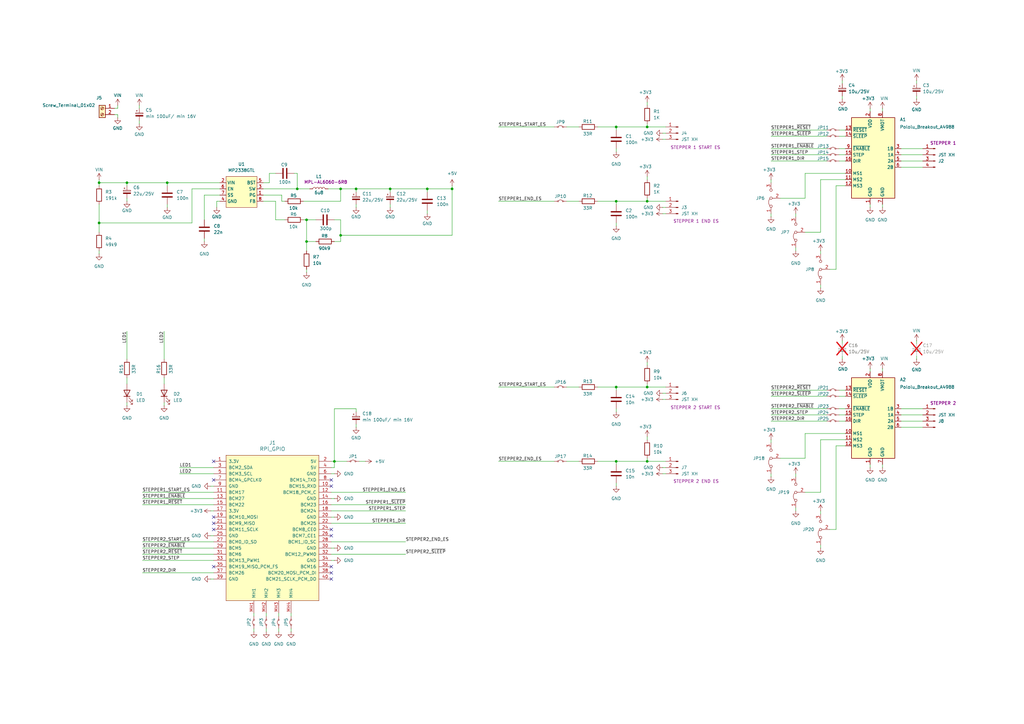
<source format=kicad_sch>
(kicad_sch (version 20250114) (generator "eeschema") (generator_version "9.0")
  (paper "A3")
  (junction (at 121.92 77.47))
  (junction (at 265.43 52.07))
  (junction (at 68.58 74.93))
  (junction (at 125.73 90.17))
  (junction (at 139.7 77.47))
  (junction (at 252.73 52.07))
  (junction (at 40.64 91.44))
  (junction (at 185.42 77.47))
  (junction (at 146.05 77.47))
  (junction (at 175.26 77.47))
  (junction (at 252.73 82.55))
  (junction (at 52.07 74.93))
  (junction (at 265.43 158.75))
  (junction (at 252.73 158.75))
  (junction (at 137.16 189.23))
  (junction (at 125.73 99.06))
  (junction (at 139.7 96.52))
  (junction (at 252.73 189.23))
  (junction (at 40.64 74.93))
  (junction (at 265.43 189.23))
  (junction (at 265.43 82.55))
  (junction (at 160.02 77.47))
  (no_connect (at 135.89 196.85))
  (no_connect (at 135.89 237.49))
  (no_connect (at 135.89 199.39))
  (no_connect (at 87.63 212.09))
  (no_connect (at 87.63 214.63))
  (no_connect (at 135.89 232.41))
  (no_connect (at 135.89 219.71))
  (no_connect (at 87.63 196.85))
  (no_connect (at 87.63 232.41))
  (no_connect (at 135.89 234.95))
  (no_connect (at 135.89 217.17))
  (no_connect (at 87.63 189.23))
  (no_connect (at 87.63 217.17))
  (wire (pts (xy 232.41 52.07) (xy 237.49 52.07)))
  (wire (pts (xy 271.78 85.09) (xy 273.05 85.09)))
  (wire (pts (xy 204.47 189.23) (xy 227.33 189.23)))
  (wire (pts (xy 378.46 63.5) (xy 369.57 63.5)))
  (wire (pts (xy 271.78 57.15) (xy 273.05 57.15)))
  (wire (pts (xy 344.17 60.96) (xy 346.71 60.96)))
  (wire (pts (xy 104.14 252.73) (xy 104.14 251.46)))
  (wire (pts (xy 252.73 52.07) (xy 252.73 53.34)))
  (wire (pts (xy 86.36 199.39) (xy 87.63 199.39)))
  (wire (pts (xy 252.73 158.75) (xy 252.73 160.02)))
  (wire (pts (xy 146.05 83.82) (xy 146.05 85.09)))
  (wire (pts (xy 378.46 60.96) (xy 369.57 60.96)))
  (wire (pts (xy 135.89 207.01) (xy 166.37 207.01)))
  (wire (pts (xy 107.95 80.01) (xy 115.57 80.01)))
  (wire (pts (xy 265.43 72.39) (xy 265.43 73.66)))
  (wire (pts (xy 48.26 46.99) (xy 48.26 48.26)))
  (wire (pts (xy 109.22 257.81) (xy 109.22 259.08)))
  (wire (pts (xy 52.07 135.89) (xy 52.07 147.32)))
  (wire (pts (xy 345.44 40.64) (xy 345.44 39.37)))
  (wire (pts (xy 336.55 102.87) (xy 336.55 104.14)))
  (wire (pts (xy 344.17 55.88) (xy 346.71 55.88)))
  (wire (pts (xy 252.73 199.39) (xy 252.73 198.12)))
  (wire (pts (xy 185.42 76.2) (xy 185.42 77.47)))
  (wire (pts (xy 135.89 224.79) (xy 137.16 224.79)))
  (wire (pts (xy 375.92 147.32) (xy 375.92 146.05)))
  (wire (pts (xy 175.26 77.47) (xy 185.42 77.47)))
  (wire (pts (xy 344.17 167.64) (xy 346.71 167.64)))
  (wire (pts (xy 252.73 52.07) (xy 265.43 52.07)))
  (wire (pts (xy 175.26 77.47) (xy 175.26 78.74)))
  (wire (pts (xy 58.42 227.33) (xy 87.63 227.33)))
  (wire (pts (xy 135.89 201.93) (xy 166.37 201.93)))
  (wire (pts (xy 137.16 189.23) (xy 137.16 167.64)))
  (wire (pts (xy 125.73 102.87) (xy 125.73 99.06)))
  (wire (pts (xy 204.47 158.75) (xy 227.33 158.75)))
  (wire (pts (xy 232.41 82.55) (xy 237.49 82.55)))
  (wire (pts (xy 375.92 40.64) (xy 375.92 39.37)))
  (wire (pts (xy 344.17 63.5) (xy 346.71 63.5)))
  (wire (pts (xy 336.55 95.25) (xy 336.55 73.66)))
  (wire (pts (xy 46.99 46.99) (xy 48.26 46.99)))
  (wire (pts (xy 57.15 50.8) (xy 57.15 49.53)))
  (wire (pts (xy 139.7 90.17) (xy 137.16 90.17)))
  (wire (pts (xy 273.05 189.23) (xy 265.43 189.23)))
  (wire (pts (xy 326.39 194.31) (xy 326.39 195.58)))
  (wire (pts (xy 135.89 191.77) (xy 137.16 191.77)))
  (wire (pts (xy 316.23 73.66) (xy 316.23 74.93)))
  (wire (pts (xy 52.07 81.28) (xy 52.07 82.55)))
  (wire (pts (xy 204.47 52.07) (xy 227.33 52.07)))
  (wire (pts (xy 265.43 41.91) (xy 265.43 43.18)))
  (wire (pts (xy 316.23 53.34) (xy 339.09 53.34)))
  (wire (pts (xy 342.9 182.88) (xy 346.71 182.88)))
  (wire (pts (xy 58.42 204.47) (xy 87.63 204.47)))
  (wire (pts (xy 273.05 82.55) (xy 265.43 82.55)))
  (wire (pts (xy 146.05 175.26) (xy 146.05 173.99)))
  (wire (pts (xy 125.73 90.17) (xy 124.46 90.17)))
  (wire (pts (xy 160.02 78.74) (xy 160.02 77.47)))
  (wire (pts (xy 344.17 170.18) (xy 346.71 170.18)))
  (wire (pts (xy 119.38 257.81) (xy 119.38 259.08)))
  (wire (pts (xy 316.23 55.88) (xy 339.09 55.88)))
  (wire (pts (xy 48.26 44.45) (xy 48.26 43.18)))
  (wire (pts (xy 330.2 81.28) (xy 330.2 71.12)))
  (wire (pts (xy 344.17 160.02) (xy 346.71 160.02)))
  (wire (pts (xy 375.92 139.7) (xy 375.92 140.97)))
  (wire (pts (xy 252.73 158.75) (xy 265.43 158.75)))
  (wire (pts (xy 361.95 83.82) (xy 361.95 85.09)))
  (wire (pts (xy 110.49 74.93) (xy 110.49 71.12)))
  (wire (pts (xy 344.17 66.04) (xy 346.71 66.04)))
  (wire (pts (xy 107.95 74.93) (xy 110.49 74.93)))
  (wire (pts (xy 135.89 209.55) (xy 166.37 209.55)))
  (wire (pts (xy 139.7 82.55) (xy 139.7 77.47)))
  (wire (pts (xy 57.15 43.18) (xy 57.15 44.45)))
  (wire (pts (xy 344.17 53.34) (xy 346.71 53.34)))
  (wire (pts (xy 271.78 194.31) (xy 273.05 194.31)))
  (wire (pts (xy 58.42 234.95) (xy 87.63 234.95)))
  (wire (pts (xy 316.23 167.64) (xy 339.09 167.64)))
  (wire (pts (xy 185.42 77.47) (xy 185.42 96.52)))
  (wire (pts (xy 342.9 110.49) (xy 342.9 76.2)))
  (wire (pts (xy 232.41 158.75) (xy 237.49 158.75)))
  (wire (pts (xy 344.17 162.56) (xy 346.71 162.56)))
  (wire (pts (xy 361.95 44.45) (xy 361.95 45.72)))
  (wire (pts (xy 125.73 99.06) (xy 125.73 90.17)))
  (wire (pts (xy 40.64 76.2) (xy 40.64 74.93)))
  (wire (pts (xy 316.23 194.31) (xy 316.23 195.58)))
  (wire (pts (xy 135.89 212.09) (xy 137.16 212.09)))
  (wire (pts (xy 316.23 162.56) (xy 339.09 162.56)))
  (wire (pts (xy 78.74 91.44) (xy 40.64 91.44)))
  (wire (pts (xy 245.11 52.07) (xy 252.73 52.07)))
  (wire (pts (xy 135.89 214.63) (xy 166.37 214.63)))
  (wire (pts (xy 265.43 148.59) (xy 265.43 149.86)))
  (wire (pts (xy 252.73 168.91) (xy 252.73 167.64)))
  (wire (pts (xy 40.64 73.66) (xy 40.64 74.93)))
  (wire (pts (xy 160.02 77.47) (xy 175.26 77.47)))
  (wire (pts (xy 361.95 190.5) (xy 361.95 191.77)))
  (wire (pts (xy 330.2 177.8) (xy 346.71 177.8)))
  (wire (pts (xy 46.99 44.45) (xy 48.26 44.45)))
  (wire (pts (xy 252.73 62.23) (xy 252.73 60.96)))
  (wire (pts (xy 40.64 74.93) (xy 52.07 74.93)))
  (wire (pts (xy 340.36 217.17) (xy 342.9 217.17)))
  (wire (pts (xy 139.7 99.06) (xy 139.7 96.52)))
  (wire (pts (xy 265.43 179.07) (xy 265.43 180.34)))
  (wire (pts (xy 115.57 82.55) (xy 116.84 82.55)))
  (wire (pts (xy 175.26 87.63) (xy 175.26 86.36)))
  (wire (pts (xy 113.03 90.17) (xy 116.84 90.17)))
  (wire (pts (xy 134.62 77.47) (xy 139.7 77.47)))
  (wire (pts (xy 316.23 172.72) (xy 339.09 172.72)))
  (wire (pts (xy 58.42 222.25) (xy 87.63 222.25)))
  (wire (pts (xy 316.23 66.04) (xy 339.09 66.04)))
  (wire (pts (xy 83.82 80.01) (xy 90.17 80.01)))
  (wire (pts (xy 273.05 52.07) (xy 265.43 52.07)))
  (wire (pts (xy 114.3 257.81) (xy 114.3 259.08)))
  (wire (pts (xy 378.46 170.18) (xy 369.57 170.18)))
  (wire (pts (xy 316.23 87.63) (xy 316.23 88.9)))
  (wire (pts (xy 356.87 83.82) (xy 356.87 85.09)))
  (wire (pts (xy 336.55 116.84) (xy 336.55 118.11)))
  (wire (pts (xy 135.89 222.25) (xy 166.37 222.25)))
  (wire (pts (xy 67.31 165.1) (xy 67.31 166.37)))
  (wire (pts (xy 330.2 187.96) (xy 330.2 177.8)))
  (wire (pts (xy 330.2 95.25) (xy 336.55 95.25)))
  (wire (pts (xy 345.44 139.7) (xy 345.44 140.97)))
  (wire (pts (xy 375.92 33.02) (xy 375.92 34.29)))
  (wire (pts (xy 86.36 237.49) (xy 87.63 237.49)))
  (wire (pts (xy 52.07 74.93) (xy 52.07 76.2)))
  (wire (pts (xy 125.73 90.17) (xy 129.54 90.17)))
  (wire (pts (xy 120.65 71.12) (xy 121.92 71.12)))
  (wire (pts (xy 58.42 229.87) (xy 87.63 229.87)))
  (wire (pts (xy 252.73 92.71) (xy 252.73 91.44)))
  (wire (pts (xy 83.82 99.06) (xy 83.82 97.79)))
  (wire (pts (xy 52.07 74.93) (xy 68.58 74.93)))
  (wire (pts (xy 271.78 87.63) (xy 273.05 87.63)))
  (wire (pts (xy 271.78 191.77) (xy 273.05 191.77)))
  (wire (pts (xy 40.64 83.82) (xy 40.64 91.44)))
  (wire (pts (xy 252.73 82.55) (xy 252.73 83.82)))
  (wire (pts (xy 139.7 90.17) (xy 139.7 96.52)))
  (wire (pts (xy 378.46 172.72) (xy 369.57 172.72)))
  (wire (pts (xy 58.42 224.79) (xy 87.63 224.79)))
  (wire (pts (xy 336.55 209.55) (xy 336.55 210.82)))
  (wire (pts (xy 316.23 180.34) (xy 316.23 181.61)))
  (wire (pts (xy 356.87 190.5) (xy 356.87 191.77)))
  (wire (pts (xy 252.73 82.55) (xy 265.43 82.55)))
  (wire (pts (xy 204.47 82.55) (xy 227.33 82.55)))
  (wire (pts (xy 68.58 85.09) (xy 68.58 83.82)))
  (wire (pts (xy 356.87 44.45) (xy 356.87 45.72)))
  (wire (pts (xy 344.17 172.72) (xy 346.71 172.72)))
  (wire (pts (xy 326.39 208.28) (xy 326.39 209.55)))
  (wire (pts (xy 336.55 73.66) (xy 346.71 73.66)))
  (wire (pts (xy 361.95 151.13) (xy 361.95 152.4)))
  (wire (pts (xy 135.89 227.33) (xy 166.37 227.33)))
  (wire (pts (xy 135.89 194.31) (xy 137.16 194.31)))
  (wire (pts (xy 121.92 71.12) (xy 121.92 77.47)))
  (wire (pts (xy 146.05 167.64) (xy 146.05 168.91)))
  (wire (pts (xy 245.11 158.75) (xy 252.73 158.75)))
  (wire (pts (xy 336.55 201.93) (xy 336.55 180.34)))
  (wire (pts (xy 125.73 110.49) (xy 125.73 111.76)))
  (wire (pts (xy 114.3 252.73) (xy 114.3 251.46)))
  (wire (pts (xy 58.42 201.93) (xy 87.63 201.93)))
  (wire (pts (xy 86.36 209.55) (xy 87.63 209.55)))
  (wire (pts (xy 147.32 189.23) (xy 149.86 189.23)))
  (wire (pts (xy 378.46 68.58) (xy 369.57 68.58)))
  (wire (pts (xy 135.89 204.47) (xy 137.16 204.47)))
  (wire (pts (xy 124.46 82.55) (xy 139.7 82.55)))
  (wire (pts (xy 316.23 160.02) (xy 339.09 160.02)))
  (wire (pts (xy 68.58 74.93) (xy 68.58 76.2)))
  (wire (pts (xy 78.74 77.47) (xy 78.74 91.44)))
  (wire (pts (xy 345.44 33.02) (xy 345.44 34.29)))
  (wire (pts (xy 58.42 207.01) (xy 87.63 207.01)))
  (wire (pts (xy 232.41 189.23) (xy 237.49 189.23)))
  (wire (pts (xy 330.2 201.93) (xy 336.55 201.93)))
  (wire (pts (xy 245.11 189.23) (xy 252.73 189.23)))
  (wire (pts (xy 67.31 135.89) (xy 67.31 147.32)))
  (wire (pts (xy 113.03 82.55) (xy 113.03 90.17)))
  (wire (pts (xy 110.49 71.12) (xy 113.03 71.12)))
  (wire (pts (xy 378.46 66.04) (xy 369.57 66.04)))
  (wire (pts (xy 271.78 161.29) (xy 273.05 161.29)))
  (wire (pts (xy 119.38 252.73) (xy 119.38 251.46)))
  (wire (pts (xy 160.02 77.47) (xy 146.05 77.47)))
  (wire (pts (xy 121.92 77.47) (xy 127 77.47)))
  (wire (pts (xy 139.7 77.47) (xy 146.05 77.47)))
  (wire (pts (xy 271.78 163.83) (xy 273.05 163.83)))
  (wire (pts (xy 265.43 82.55) (xy 265.43 81.28)))
  (wire (pts (xy 137.16 167.64) (xy 146.05 167.64)))
  (wire (pts (xy 125.73 99.06) (xy 129.54 99.06)))
  (wire (pts (xy 320.04 81.28) (xy 330.2 81.28)))
  (wire (pts (xy 342.9 217.17) (xy 342.9 182.88)))
  (wire (pts (xy 52.07 165.1) (xy 52.07 166.37)))
  (wire (pts (xy 135.89 229.87) (xy 137.16 229.87)))
  (wire (pts (xy 245.11 82.55) (xy 252.73 82.55)))
  (wire (pts (xy 107.95 77.47) (xy 121.92 77.47)))
  (wire (pts (xy 137.16 99.06) (xy 139.7 99.06)))
  (wire (pts (xy 336.55 223.52) (xy 336.55 224.79)))
  (wire (pts (xy 104.14 257.81) (xy 104.14 259.08)))
  (wire (pts (xy 137.16 189.23) (xy 142.24 189.23)))
  (wire (pts (xy 40.64 104.14) (xy 40.64 102.87)))
  (wire (pts (xy 378.46 175.26) (xy 369.57 175.26)))
  (wire (pts (xy 73.66 191.77) (xy 87.63 191.77)))
  (wire (pts (xy 135.89 189.23) (xy 137.16 189.23)))
  (wire (pts (xy 88.9 82.55) (xy 90.17 82.55)))
  (wire (pts (xy 330.2 71.12) (xy 346.71 71.12)))
  (wire (pts (xy 107.95 82.55) (xy 113.03 82.55)))
  (wire (pts (xy 316.23 63.5) (xy 339.09 63.5)))
  (wire (pts (xy 137.16 191.77) (xy 137.16 189.23)))
  (wire (pts (xy 316.23 60.96) (xy 339.09 60.96)))
  (wire (pts (xy 83.82 90.17) (xy 83.82 80.01)))
  (wire (pts (xy 265.43 189.23) (xy 265.43 187.96)))
  (wire (pts (xy 73.66 194.31) (xy 87.63 194.31)))
  (wire (pts (xy 320.04 187.96) (xy 330.2 187.96)))
  (wire (pts (xy 356.87 151.13) (xy 356.87 152.4)))
  (wire (pts (xy 265.43 52.07) (xy 265.43 50.8)))
  (wire (pts (xy 160.02 83.82) (xy 160.02 85.09)))
  (wire (pts (xy 88.9 85.09) (xy 88.9 82.55)))
  (wire (pts (xy 340.36 110.49) (xy 342.9 110.49)))
  (wire (pts (xy 146.05 78.74) (xy 146.05 77.47)))
  (wire (pts (xy 345.44 147.32) (xy 345.44 146.05)))
  (wire (pts (xy 90.17 77.47) (xy 78.74 77.47)))
  (wire (pts (xy 342.9 76.2) (xy 346.71 76.2)))
  (wire (pts (xy 316.23 170.18) (xy 339.09 170.18)))
  (wire (pts (xy 326.39 101.6) (xy 326.39 102.87)))
  (wire (pts (xy 40.64 91.44) (xy 40.64 95.25)))
  (wire (pts (xy 378.46 167.64) (xy 369.57 167.64)))
  (wire (pts (xy 265.43 158.75) (xy 265.43 157.48)))
  (wire (pts (xy 115.57 80.01) (xy 115.57 82.55)))
  (wire (pts (xy 271.78 54.61) (xy 273.05 54.61)))
  (wire (pts (xy 273.05 158.75) (xy 265.43 158.75)))
  (wire (pts (xy 86.36 219.71) (xy 87.63 219.71)))
  (wire (pts (xy 52.07 154.94) (xy 52.07 157.48)))
  (wire (pts (xy 67.31 154.94) (xy 67.31 157.48)))
  (wire (pts (xy 252.73 189.23) (xy 252.73 190.5)))
  (wire (pts (xy 68.58 74.93) (xy 90.17 74.93)))
  (wire (pts (xy 326.39 87.63) (xy 326.39 88.9)))
  (wire (pts (xy 139.7 96.52) (xy 185.42 96.52)))
  (wire (pts (xy 109.22 252.73) (xy 109.22 251.46)))
  (wire (pts (xy 336.55 180.34) (xy 346.71 180.34)))
  (wire (pts (xy 252.73 189.23) (xy 265.43 189.23)))
  (label "STEPPER1_START_ES" (at 204.47 52.07 0))
  (label "STEPPER2_~{ENABLE}" (at 316.23 167.64 0))
  (label "STEPPER1_~{ENABLE}" (at 58.42 204.47 0))
  (label "STEPPER2_DIR" (at 58.42 234.95 0))
  (label "STEPPER1_DIR" (at 166.37 214.63 180))
  (label "STEPPER1_END_ES" (at 204.47 82.55 0))
  (label "STEPPER1_~{SLEEP}" (at 316.23 55.88 0))
  (label "STEPPER2_STEP" (at 316.23 170.18 0))
  (label "STEPPER2_~{ENABLE}" (at 58.42 224.79 0))
  (label "LED2" (at 73.66 194.31 0))
  (label "STEPPER2_END_ES" (at 166.37 222.25 0))
  (label "STEPPER2_DIR" (at 316.23 172.72 0))
  (label "STEPPER2_START_ES" (at 58.42 222.25 0))
  (label "STEPPER1_DIR" (at 316.23 66.04 0))
  (label "LED1" (at 52.07 135.89 270))
  (label "STEPPER2_~{RESET}" (at 58.42 227.33 0))
  (label "STEPPER2_END_ES" (at 204.47 189.23 0))
  (label "STEPPER2_~{SLEEP}" (at 166.37 227.33 0))
  (label "STEPPER1_~{RESET}" (at 58.42 207.01 0))
  (label "STEPPER1_END_ES" (at 166.37 201.93 180))
  (label "LED1" (at 73.66 191.77 0))
  (label "STEPPER2_START_ES" (at 204.47 158.75 0))
  (label "STEPPER1_~{ENABLE}" (at 316.23 60.96 0))
  (label "STEPPER2_STEP" (at 58.42 229.87 0))
  (label "STEPPER1_START_ES" (at 58.42 201.93 0))
  (label "STEPPER1_~{RESET}" (at 316.23 53.34 0))
  (label "STEPPER1_~{SLEEP}" (at 166.37 207.01 180))
  (label "LED2" (at 67.31 135.89 270))
  (label "STEPPER1_STEP" (at 316.23 63.5 0))
  (label "STEPPER2_~{SLEEP}" (at 316.23 162.56 0))
  (label "STEPPER1_STEP" (at 166.37 209.55 180))
  (label "STEPPER2_~{RESET}" (at 316.23 160.02 0))
  (symbol (lib_id "Device:R") (at 265.43 77.47 0) (unit 1)
    (property "Reference" "R2" (at 267.97 76.1999 0) (effects (justify left)))
    (property "Value" "1K" (at 267.97 78.7399 0) (effects (justify left)))
    (property "Footprint" "Resistor_SMD:R_0805_2012Metric" (effects (hide yes)))
    (property "Description" "Resistor" (effects (hide yes)))
  )
  (symbol (lib_id "power:GND") (at 252.73 168.91 0) (unit 1)
    (property "Reference" "#PWR050" (effects (hide yes)))
    (property "Value" "GND" (at 252.73 173.99 0))
    (property "Description" "Power symbol creates a global label with name \"GND\" , ground" (effects (hide yes)))
  )
  (symbol (lib_id "power:GND") (at 67.31 166.37 0) (unit 1)
    (property "Reference" "#PWR071" (effects (hide yes)))
    (property "Value" "GND" (at 67.31 171.45 0))
    (property "Description" "Power symbol creates a global label with name \"GND\" , ground" (effects (hide yes)))
  )
  (symbol (lib_id "power:+3V3") (at 345.44 139.7 0) (unit 1)
    (property "Reference" "#PWR062" (effects (hide yes)))
    (property "Value" "+3V3" (at 345.186 135.89 0))
    (property "Description" "Power symbol creates a global label with name \"+3V3\"" (effects (hide yes)))
  )
  (symbol (lib_id "power:+3V3") (at 326.39 87.63 0) (unit 1)
    (property "Reference" "#PWR020" (effects (hide yes)))
    (property "Value" "+3V3" (at 325.628 83.566 0))
    (property "Description" "Power symbol creates a global label with name \"+3V3\"" (effects (hide yes)))
  )
  (symbol (lib_id "Device:C") (at 252.73 163.83 0) (unit 1)
    (property "Reference" "C14" (at 256.54 162.5599 0) (effects (justify left)))
    (property "Value" "10n" (at 256.54 165.0999 0) (effects (justify left)))
    (property "Footprint" "Capacitor_SMD:C_0805_2012Metric" (effects (hide yes)))
    (property "Description" "Unpolarized capacitor" (effects (hide yes)))
  )
  (symbol (lib_id "Device:C") (at 133.35 90.17 90) (unit 1)
    (property "Reference" "C10" (at 133.35 86.36 90))
    (property "Value" "300p" (at 133.604 93.726 90))
    (property "Footprint" "Capacitor_SMD:C_0805_2012Metric" (effects (hide yes)))
    (property "Description" "Unpolarized capacitor" (effects (hide yes)))
  )
  (symbol (lib_id "Jumper:Jumper_2_Small_Bridged") (at 119.38 255.27 90) (unit 1) (exclude_from_sim yes)
    (property "Reference" "JP5" (at 117.348 255.27 0))
    (property "Value" "Jumper_2_Small_Bridged" (effects (hide yes)))
    (property "Footprint" "Jumper:SolderJumper-2_P1.3mm_Open_TrianglePad1.0x1.5mm" (effects (hide yes)))
    (property "Description" "Jumper, 2-pole, small symbol, bridged" (effects (hide yes)))
  )
  (symbol (lib_id "Driver_Motor:Pololu_Breakout_A4988") (at 356.87 170.18 0) (unit 1)
    (property "Reference" "A2" (at 369.062 155.702 0) (effects (justify left)))
    (property "Value" "Pololu_Breakout_A4988" (at 369.062 158.75 0) (effects (justify left)))
    (property "Footprint" "A4988:Pololu_Breakout-16_15.2x20.3mm" (effects (hide yes)))
    (property "Datasheet" "https://www.pololu.com/product/2980/pictures" (effects (hide yes)))
    (property "Description" "Pololu Breakout Board, Stepper Driver A4988" (effects (hide yes)))
  )
  (symbol (lib_id "power:GND") (at 175.26 87.63 0) (unit 1)
    (property "Reference" "#PWR049" (effects (hide yes)))
    (property "Value" "GND" (at 175.26 91.694 0))
    (property "Description" "Power symbol creates a global label with name \"GND\" , ground" (effects (hide yes)))
  )
  (symbol (lib_id "MP2338GTL:MP2338GTL") (at 99.06 78.74 0) (unit 1)
    (property "Reference" "U1" (at 99.06 67.31 0))
    (property "Value" "MP2338GTL" (at 99.06 69.85 0))
    (property "Footprint" "Package_TO_SOT_SMD:SOT-583-8" (effects (hide yes)))
  )
  (symbol (lib_id "power:GND") (at 271.78 191.77 270) (unit 1)
    (property "Reference" "#PWR055" (effects (hide yes)))
    (property "Value" "GND" (at 267.97 191.7699 90) (effects (justify right)))
    (property "Description" "Power symbol creates a global label with name \"GND\" , ground" (effects (hide yes)))
  )
  (symbol (lib_id "power:GND") (at 316.23 88.9 0) (unit 1)
    (property "Reference" "#PWR019" (effects (hide yes)))
    (property "Value" "GND" (at 316.23 93.98 0))
    (property "Description" "Power symbol creates a global label with name \"GND\" , ground" (effects (hide yes)))
  )
  (symbol (lib_id "Device:C_Polarized_Small") (at 146.05 81.28 0) (unit 1)
    (property "Reference" "C11" (at 148.59 79.4638 0) (effects (justify left)))
    (property "Value" "22u/25V" (at 148.59 82.0038 0) (effects (justify left)))
    (property "Footprint" "Capacitor_Tantalum_SMD:CP_EIA-7132-28_AVX-C_Pad2.72x3.50mm_HandSolder" (effects (hide yes)))
    (property "Description" "Polarized capacitor, small symbol" (effects (hide yes)))
  )
  (symbol (lib_id "Jumper:Jumper_3_Bridged12") (at 336.55 217.17 90) (unit 1) (exclude_from_sim yes) (in_bom no)
    (property "Reference" "JP20" (at 334.01 217.1699 90) (effects (justify left)))
    (property "Value" "Jumper_3_Bridged12" (effects (hide yes)))
    (property "Footprint" "Jumper:SolderJumper-3_P2.0mm_Open_TrianglePad1.0x1.5mm_NumberLabels" (effects (hide yes)))
    (property "Description" "Jumper, 3-pole, pins 1+2 closed/bridged" (effects (hide yes)))
  )
  (symbol (lib_id "power:+3V3") (at 48.26 43.18 0) (unit 1)
    (property "Reference" "#PWR037" (effects (hide yes)))
    (property "Value" "VIN" (at 48.26 39.116 0))
    (property "Description" "Power symbol creates a global label with name \"+3V3\"" (effects (hide yes)))
  )
  (symbol (lib_id "power:+3V3") (at 265.43 148.59 0) (unit 1)
    (property "Reference" "#PWR052" (effects (hide yes)))
    (property "Value" "+3V3" (at 264.668 144.526 0))
    (property "Description" "Power symbol creates a global label with name \"+3V3\"" (effects (hide yes)))
  )
  (symbol (lib_id "Device:C") (at 252.73 194.31 0) (unit 1)
    (property "Reference" "C15" (at 256.54 193.0399 0) (effects (justify left)))
    (property "Value" "10n" (at 256.54 195.5799 0) (effects (justify left)))
    (property "Footprint" "Capacitor_SMD:C_0805_2012Metric" (effects (hide yes)))
    (property "Description" "Unpolarized capacitor" (effects (hide yes)))
  )
  (symbol (lib_id "power:GND") (at 375.92 40.64 0) (unit 1)
    (property "Reference" "#PWR030" (effects (hide yes)))
    (property "Value" "GND" (at 375.92 44.958 0))
    (property "Description" "Power symbol creates a global label with name \"GND\" , ground" (effects (hide yes)))
  )
  (symbol (lib_id "power:+3V3") (at 271.78 57.15 90) (unit 1)
    (property "Reference" "#PWR075" (effects (hide yes)))
    (property "Value" "+3V3" (at 265.43 57.15 90))
    (property "Description" "Power symbol creates a global label with name \"+3V3\"" (effects (hide yes)))
  )
  (symbol (lib_id "Device:C_Polarized_Small") (at 57.15 46.99 0) (unit 1)
    (property "Reference" "C5" (at 59.69 45.1738 0) (effects (justify left)))
    (property "Value" "min 100uF/ min 16V" (at 59.69 47.7138 0) (effects (justify left)))
    (property "Footprint" "Capacitor_Tantalum_SMD:CP_EIA-7343-31_Kemet-D_Pad2.25x2.55mm_HandSolder" (effects (hide yes)))
    (property "Description" "Polarized capacitor, small symbol" (effects (hide yes)))
  )
  (symbol (lib_id "power:GND") (at 316.23 195.58 0) (unit 1)
    (property "Reference" "#PWR057" (effects (hide yes)))
    (property "Value" "GND" (at 316.23 200.66 0))
    (property "Description" "Power symbol creates a global label with name \"GND\" , ground" (effects (hide yes)))
  )
  (symbol (lib_id "power:GND") (at 104.14 259.08 0) (unit 1)
    (property "Reference" "#PWR014" (effects (hide yes)))
    (property "Value" "GND" (at 104.14 264.16 0))
    (property "Description" "Power symbol creates a global label with name \"GND\" , ground" (effects (hide yes)))
  )
  (symbol (lib_id "Device:C") (at 68.58 80.01 0) (unit 1)
    (property "Reference" "C7" (at 72.39 78.7399 0) (effects (justify left)))
    (property "Value" "100n" (at 72.39 81.2799 0) (effects (justify left)))
    (property "Footprint" "Capacitor_SMD:C_0805_2012Metric" (effects (hide yes)))
    (property "Description" "Unpolarized capacitor" (effects (hide yes)))
  )
  (symbol (lib_id "power:GND") (at 88.9 85.09 0) (unit 1)
    (property "Reference" "#PWR042" (effects (hide yes)))
    (property "Value" "GND" (at 88.9 88.9 0))
    (property "Description" "Power symbol creates a global label with name \"GND\" , ground" (effects (hide yes)))
  )
  (symbol (lib_id "power:GND") (at 252.73 62.23 0) (unit 1)
    (property "Reference" "#PWR028" (effects (hide yes)))
    (property "Value" "GND" (at 252.73 67.31 0))
    (property "Description" "Power symbol creates a global label with name \"GND\" , ground" (effects (hide yes)))
  )
  (symbol (lib_id "power:GND") (at 326.39 209.55 0) (unit 1)
    (property "Reference" "#PWR059" (effects (hide yes)))
    (property "Value" "GND" (at 326.39 214.63 0))
    (property "Description" "Power symbol creates a global label with name \"GND\" , ground" (effects (hide yes)))
  )
  (symbol (lib_id "power:+3V3") (at 316.23 73.66 0) (unit 1)
    (property "Reference" "#PWR018" (effects (hide yes)))
    (property "Value" "+3V3" (at 315.468 69.596 0))
    (property "Description" "Power symbol creates a global label with name \"+3V3\"" (effects (hide yes)))
  )
  (symbol (lib_id "power:GND") (at 137.16 204.47 90) (unit 1)
    (property "Reference" "#PWR07" (effects (hide yes)))
    (property "Value" "GND" (at 140.97 204.4699 90) (effects (justify right)))
    (property "Description" "Power symbol creates a global label with name \"GND\" , ground" (effects (hide yes)))
  )
  (symbol (lib_id "power:+3V3") (at 336.55 102.87 0) (unit 1)
    (property "Reference" "#PWR022" (effects (hide yes)))
    (property "Value" "+3V3" (at 335.788 98.806 0))
    (property "Description" "Power symbol creates a global label with name \"+3V3\"" (effects (hide yes)))
  )
  (symbol (lib_id "Device:C") (at 252.73 57.15 0) (unit 1)
    (property "Reference" "C1" (at 256.54 55.8799 0) (effects (justify left)))
    (property "Value" "100n" (at 256.54 58.4199 0) (effects (justify left)))
    (property "Footprint" "Capacitor_SMD:C_0805_2012Metric" (effects (hide yes)))
    (property "Description" "Unpolarized capacitor" (effects (hide yes)))
  )
  (symbol (lib_id "Jumper:Jumper_2_Small_Bridged") (at 229.87 82.55 0) (unit 1) (exclude_from_sim yes)
    (property "Reference" "JP10" (at 229.87 80.518 0))
    (property "Value" "Jumper_2_Small_Bridged" (effects (hide yes)))
    (property "Footprint" "Jumper:SolderJumper-2_P1.3mm_Open_TrianglePad1.0x1.5mm" (effects (hide yes)))
    (property "Description" "Jumper, 2-pole, small symbol, bridged" (effects (hide yes)))
  )
  (symbol (lib_id "power:GND") (at 252.73 199.39 0) (unit 1)
    (property "Reference" "#PWR051" (effects (hide yes)))
    (property "Value" "GND" (at 252.73 204.47 0))
    (property "Description" "Power symbol creates a global label with name \"GND\" , ground" (effects (hide yes)))
  )
  (symbol (lib_id "power:+3V3") (at 356.87 44.45 0) (unit 1)
    (property "Reference" "#PWR012" (effects (hide yes)))
    (property "Value" "+3V3" (at 356.108 40.386 0))
    (property "Description" "Power symbol creates a global label with name \"+3V3\"" (effects (hide yes)))
  )
  (symbol (lib_id "power:GND") (at 119.38 259.08 0) (unit 1)
    (property "Reference" "#PWR017" (effects (hide yes)))
    (property "Value" "GND" (at 119.38 264.16 0))
    (property "Description" "Power symbol creates a global label with name \"GND\" , ground" (effects (hide yes)))
  )
  (symbol (lib_id "Jumper:Jumper_2_Small_Bridged") (at 109.22 255.27 90) (unit 1) (exclude_from_sim yes)
    (property "Reference" "JP3" (at 107.188 255.27 0))
    (property "Value" "Jumper_2_Small_Bridged" (effects (hide yes)))
    (property "Footprint" "Jumper:SolderJumper-2_P1.3mm_Open_TrianglePad1.0x1.5mm" (effects (hide yes)))
    (property "Description" "Jumper, 2-pole, small symbol, bridged" (effects (hide yes)))
  )
  (symbol (lib_id "Device:C") (at 83.82 93.98 0) (unit 1)
    (property "Reference" "C8" (at 87.63 92.7099 0) (effects (justify left)))
    (property "Value" "22n" (at 87.63 95.2499 0) (effects (justify left)))
    (property "Footprint" "Capacitor_SMD:C_0805_2012Metric" (effects (hide yes)))
    (property "Description" "Unpolarized capacitor" (effects (hide yes)))
  )
  (symbol (lib_id "power:GND") (at 125.73 111.76 0) (unit 1)
    (property "Reference" "#PWR045" (effects (hide yes)))
    (property "Value" "GND" (at 125.73 116.84 0))
    (property "Description" "Power symbol creates a global label with name \"GND\" , ground" (effects (hide yes)))
  )
  (symbol (lib_id "Jumper:Jumper_2_Small_Bridged") (at 229.87 52.07 0) (unit 1) (exclude_from_sim yes)
    (property "Reference" "JP9" (at 229.87 50.038 0))
    (property "Value" "Jumper_2_Small_Bridged" (effects (hide yes)))
    (property "Footprint" "Jumper:SolderJumper-2_P1.3mm_Open_TrianglePad1.0x1.5mm" (effects (hide yes)))
    (property "Description" "Jumper, 2-pole, small symbol, bridged" (effects (hide yes)))
  )
  (symbol (lib_id "power:GND") (at 252.73 92.71 0) (unit 1)
    (property "Reference" "#PWR029" (effects (hide yes)))
    (property "Value" "GND" (at 252.73 97.79 0))
    (property "Description" "Power symbol creates a global label with name \"GND\" , ground" (effects (hide yes)))
  )
  (symbol (lib_id "power:+3V3") (at 265.43 72.39 0) (unit 1)
    (property "Reference" "#PWR026" (effects (hide yes)))
    (property "Value" "+3V3" (at 264.668 68.326 0))
    (property "Description" "Power symbol creates a global label with name \"+3V3\"" (effects (hide yes)))
  )
  (symbol (lib_id "Jumper:Jumper_3_Bridged12") (at 326.39 201.93 90) (unit 1) (exclude_from_sim yes) (in_bom no)
    (property "Reference" "JP19" (at 323.85 201.9299 90) (effects (justify left)))
    (property "Value" "Jumper_3_Bridged12" (effects (hide yes)))
    (property "Footprint" "Jumper:SolderJumper-3_P2.0mm_Open_TrianglePad1.0x1.5mm_NumberLabels" (effects (hide yes)))
    (property "Description" "Jumper, 3-pole, pins 1+2 closed/bridged" (effects (hide yes)))
  )
  (symbol (lib_id "Device:R") (at 241.3 82.55 90) (unit 1)
    (property "Reference" "R12" (at 241.046 80.264 90))
    (property "Value" "33R" (at 241.046 85.344 90))
    (property "Footprint" "Resistor_SMD:R_0805_2012Metric" (effects (hide yes)))
    (property "Description" "Resistor" (effects (hide yes)))
  )
  (symbol (lib_id "Jumper:Jumper_2_Small_Bridged") (at 341.63 160.02 0) (unit 1) (exclude_from_sim yes)
    (property "Reference" "JP21" (at 337.566 159.004 0))
    (property "Value" "Jumper_2_Small_Bridged" (effects (hide yes)))
    (property "Footprint" "Jumper:SolderJumper-2_P1.3mm_Open_TrianglePad1.0x1.5mm" (effects (hide yes)))
    (property "Description" "Jumper, 2-pole, small symbol, bridged" (effects (hide yes)))
  )
  (symbol (lib_id "power:+3V3") (at 375.92 139.7 0) (unit 1)
    (property "Reference" "#PWR068" (effects (hide yes)))
    (property "Value" "VIN" (at 375.92 135.636 0))
    (property "Description" "Power symbol creates a global label with name \"+3V3\"" (effects (hide yes)))
  )
  (symbol (lib_id "Device:R") (at 133.35 99.06 90) (unit 1)
    (property "Reference" "R8" (at 133.096 96.774 90))
    (property "Value" "90k9" (at 133.096 101.854 90))
    (property "Footprint" "Resistor_SMD:R_0805_2012Metric" (effects (hide yes)))
    (property "Description" "Resistor" (effects (hide yes)))
  )
  (symbol (lib_id "Device:R") (at 120.65 82.55 90) (unit 1)
    (property "Reference" "R5" (at 120.396 80.264 90))
    (property "Value" "10k" (at 120.396 85.344 90))
    (property "Footprint" "Resistor_SMD:R_0805_2012Metric" (effects (hide yes)))
    (property "Description" "Resistor" (effects (hide yes)))
  )
  (symbol (lib_id "Device:R") (at 40.64 80.01 0) (unit 1)
    (property "Reference" "R3" (at 43.18 78.7399 0) (effects (justify left)))
    (property "Value" "191k" (at 43.18 81.2799 0) (effects (justify left)))
    (property "Footprint" "Resistor_SMD:R_0805_2012Metric" (effects (hide yes)))
    (property "Description" "Resistor" (effects (hide yes)))
  )
  (symbol (lib_id "power:GND") (at 86.36 237.49 270) (unit 1)
    (property "Reference" "#PWR03" (effects (hide yes)))
    (property "Value" "GND" (at 82.55 237.4899 90) (effects (justify right)))
    (property "Description" "Power symbol creates a global label with name \"GND\" , ground" (effects (hide yes)))
  )
  (symbol (lib_id "power:GND") (at 345.44 40.64 0) (unit 1)
    (property "Reference" "#PWR033" (effects (hide yes)))
    (property "Value" "GND" (at 345.694 44.704 0))
    (property "Description" "Power symbol creates a global label with name \"GND\" , ground" (effects (hide yes)))
  )
  (symbol (lib_id "power:GND") (at 361.95 191.77 0) (unit 1)
    (property "Reference" "#PWR067" (effects (hide yes)))
    (property "Value" "GND" (at 361.95 196.85 0))
    (property "Description" "Power symbol creates a global label with name \"GND\" , ground" (effects (hide yes)))
  )
  (symbol (lib_id "Device:C_Polarized_Small") (at 160.02 81.28 0) (unit 1)
    (property "Reference" "C12" (at 162.56 79.4638 0) (effects (justify left)))
    (property "Value" "22u/25V" (at 162.56 82.0038 0) (effects (justify left)))
    (property "Footprint" "Capacitor_Tantalum_SMD:CP_EIA-7132-28_AVX-C_Pad2.72x3.50mm_HandSolder" (effects (hide yes)))
    (property "Description" "Polarized capacitor, small symbol" (effects (hide yes)))
  )
  (symbol (lib_id "Device:R") (at 241.3 52.07 90) (unit 1)
    (property "Reference" "R11" (at 241.046 49.784 90))
    (property "Value" "33R" (at 241.046 54.864 90))
    (property "Footprint" "Resistor_SMD:R_0805_2012Metric" (effects (hide yes)))
    (property "Description" "Resistor" (effects (hide yes)))
  )
  (symbol (lib_id "Jumper:Jumper_2_Small_Bridged") (at 114.3 255.27 90) (unit 1) (exclude_from_sim yes)
    (property "Reference" "JP4" (at 112.268 255.27 0))
    (property "Value" "Jumper_2_Small_Bridged" (effects (hide yes)))
    (property "Footprint" "Jumper:SolderJumper-2_P1.3mm_Open_TrianglePad1.0x1.5mm" (effects (hide yes)))
    (property "Description" "Jumper, 2-pole, small symbol, bridged" (effects (hide yes)))
  )
  (symbol (lib_id "Jumper:Jumper_2_Small_Bridged") (at 104.14 255.27 90) (unit 1) (exclude_from_sim yes)
    (property "Reference" "JP2" (at 102.108 255.27 0))
    (property "Value" "Jumper_2_Small_Bridged" (effects (hide yes)))
    (property "Footprint" "Jumper:SolderJumper-2_P1.3mm_Open_TrianglePad1.0x1.5mm" (effects (hide yes)))
    (property "Description" "Jumper, 2-pole, small symbol, bridged" (effects (hide yes)))
  )
  (symbol (lib_id "power:GND") (at 57.15 50.8 0) (unit 1)
    (property "Reference" "#PWR036" (effects (hide yes)))
    (property "Value" "GND" (at 57.15 55.118 0))
    (property "Description" "Power symbol creates a global label with name \"GND\" , ground" (effects (hide yes)))
  )
  (symbol (lib_id "power:+3V3") (at 86.36 209.55 90) (unit 1)
    (property "Reference" "#PWR070" (effects (hide yes)))
    (property "Value" "+3V3" (at 80.518 209.55 90))
    (property "Description" "Power symbol creates a global label with name \"+3V3\"" (effects (hide yes)))
  )
  (symbol (lib_id "power:GND") (at 137.16 194.31 90) (unit 1)
    (property "Reference" "#PWR06" (effects (hide yes)))
    (property "Value" "GND" (at 140.97 194.3099 90) (effects (justify right)))
    (property "Description" "Power symbol creates a global label with name \"GND\" , ground" (effects (hide yes)))
  )
  (symbol (lib_id "power:+3V3") (at 336.55 209.55 0) (unit 1)
    (property "Reference" "#PWR060" (effects (hide yes)))
    (property "Value" "+3V3" (at 335.788 205.486 0))
    (property "Description" "Power symbol creates a global label with name \"+3V3\"" (effects (hide yes)))
  )
  (symbol (lib_id "Device:C_Polarized_Small") (at 375.92 36.83 0) (unit 1)
    (property "Reference" "C3" (at 378.46 35.0138 0) (effects (justify left)))
    (property "Value" "10u/25V" (at 378.46 37.5538 0) (effects (justify left)))
    (property "Footprint" "Capacitor_Tantalum_SMD:CP_EIA-6032-28_Kemet-C_Pad2.25x2.35mm_HandSolder" (effects (hide yes)))
    (property "Description" "Polarized capacitor, small symbol" (effects (hide yes)))
  )
  (symbol (lib_id "power:GND") (at 336.55 118.11 0) (unit 1)
    (property "Reference" "#PWR023" (effects (hide yes)))
    (property "Value" "GND" (at 336.55 123.19 0))
    (property "Description" "Power symbol creates a global label with name \"GND\" , ground" (effects (hide yes)))
  )
  (symbol (lib_id "power:GND") (at 137.16 229.87 90) (unit 1)
    (property "Reference" "#PWR010" (effects (hide yes)))
    (property "Value" "GND" (at 140.97 229.8699 90) (effects (justify right)))
    (property "Description" "Power symbol creates a global label with name \"GND\" , ground" (effects (hide yes)))
  )
  (symbol (lib_id "Jumper:Jumper_2_Small_Bridged") (at 341.63 66.04 0) (unit 1) (exclude_from_sim yes)
    (property "Reference" "JP15" (at 337.566 65.024 0))
    (property "Value" "Jumper_2_Small_Bridged" (effects (hide yes)))
    (property "Footprint" "Jumper:SolderJumper-2_P1.3mm_Open_TrianglePad1.0x1.5mm" (effects (hide yes)))
    (property "Description" "Jumper, 2-pole, small symbol, bridged" (effects (hide yes)))
  )
  (symbol (lib_id "Jumper:Jumper_3_Bridged12") (at 316.23 187.96 90) (unit 1) (exclude_from_sim yes) (in_bom no)
    (property "Reference" "JP18" (at 313.69 187.9599 90) (effects (justify left)))
    (property "Value" "Jumper_3_Bridged12" (effects (hide yes)))
    (property "Footprint" "Jumper:SolderJumper-3_P2.0mm_Open_TrianglePad1.0x1.5mm_NumberLabels" (effects (hide yes)))
    (property "Description" "Jumper, 3-pole, pins 1+2 closed/bridged" (effects (hide yes)))
  )
  (symbol (lib_id "power:GND") (at 361.95 85.09 0) (unit 1)
    (property "Reference" "#PWR02" (effects (hide yes)))
    (property "Value" "GND" (at 361.95 90.17 0))
    (property "Description" "Power symbol creates a global label with name \"GND\" , ground" (effects (hide yes)))
  )
  (symbol (lib_id "Device:R") (at 241.3 189.23 90) (unit 1)
    (property "Reference" "R14" (at 241.046 186.944 90))
    (property "Value" "33R" (at 241.046 192.024 90))
    (property "Footprint" "Resistor_SMD:R_0805_2012Metric" (effects (hide yes)))
    (property "Description" "Resistor" (effects (hide yes)))
  )
  (symbol (lib_id "power:GND") (at 356.87 191.77 0) (unit 1)
    (property "Reference" "#PWR065" (effects (hide yes)))
    (property "Value" "GND" (at 356.87 196.85 0))
    (property "Description" "Power symbol creates a global label with name \"GND\" , ground" (effects (hide yes)))
  )
  (symbol (lib_id "Device:R") (at 67.31 151.13 180) (unit 1)
    (property "Reference" "R16" (at 65.024 151.384 90))
    (property "Value" "33R" (at 70.104 151.384 90))
    (property "Footprint" "Resistor_SMD:R_0805_2012Metric" (effects (hide yes)))
    (property "Description" "Resistor" (effects (hide yes)))
  )
  (symbol (lib_id "Jumper:Jumper_2_Small_Bridged") (at 341.63 172.72 0) (unit 1) (exclude_from_sim yes)
    (property "Reference" "JP25" (at 337.566 171.704 0))
    (property "Value" "Jumper_2_Small_Bridged" (effects (hide yes)))
    (property "Footprint" "Jumper:SolderJumper-2_P1.3mm_Open_TrianglePad1.0x1.5mm" (effects (hide yes)))
    (property "Description" "Jumper, 2-pole, small symbol, bridged" (effects (hide yes)))
  )
  (symbol (lib_id "Device:C") (at 175.26 82.55 0) (unit 1)
    (property "Reference" "C13" (at 179.07 81.2799 0) (effects (justify left)))
    (property "Value" "100n" (at 179.07 83.8199 0) (effects (justify left)))
    (property "Footprint" "Capacitor_SMD:C_0805_2012Metric" (effects (hide yes)))
    (property "Description" "Unpolarized capacitor" (effects (hide yes)))
  )
  (symbol (lib_id "Device:R") (at 40.64 99.06 0) (unit 1)
    (property "Reference" "R4" (at 43.18 97.7899 0) (effects (justify left)))
    (property "Value" "49k9" (at 43.18 100.3299 0) (effects (justify left)))
    (property "Footprint" "Resistor_SMD:R_0805_2012Metric" (effects (hide yes)))
    (property "Description" "Resistor" (effects (hide yes)))
  )
  (symbol (lib_id "Jumper:Jumper_3_Bridged12") (at 326.39 95.25 90) (unit 1) (exclude_from_sim yes) (in_bom no)
    (property "Reference" "JP7" (at 323.85 95.2499 90) (effects (justify left)))
    (property "Value" "Jumper_3_Bridged12" (effects (hide yes)))
    (property "Footprint" "Jumper:SolderJumper-3_P2.0mm_Open_TrianglePad1.0x1.5mm_NumberLabels" (effects (hide yes)))
    (property "Description" "Jumper, 3-pole, pins 1+2 closed/bridged" (effects (hide yes)))
  )
  (symbol (lib_id "power:+3V3") (at 271.78 87.63 90) (unit 1)
    (property "Reference" "#PWR074" (effects (hide yes)))
    (property "Value" "+3V3" (at 265.43 87.63 90))
    (property "Description" "Power symbol creates a global label with name \"+3V3\"" (effects (hide yes)))
  )
  (symbol (lib_id "Connector:Conn_01x03_Pin") (at 278.13 191.77 0) (mirror y) (unit 1)
    (property "Reference" "J7" (at 279.4 191.7699 0) (effects (justify right)))
    (property "Value" "JST XH" (at 279.4 194.3099 0) (effects (justify right)))
    (property "Footprint" "Connector_JST:JST_XH_B3B-XH-A_1x03_P2.50mm_Vertical" (effects (hide yes)))
    (property "Description" "Generic connector, single row, 01x03, script generated" (effects (hide yes)))
    (property "Function" "STEPPER 2 END ES" (at 285.496 197.358 0))
  )
  (symbol (lib_id "Connector:Conn_01x03_Pin") (at 278.13 54.61 0) (mirror y) (unit 1)
    (property "Reference" "J4" (at 279.4 54.6099 0) (effects (justify right)))
    (property "Value" "JST XH" (at 279.4 57.1499 0) (effects (justify right)))
    (property "Footprint" "Connector_JST:JST_XH_B3B-XH-A_1x03_P2.50mm_Vertical" (effects (hide yes)))
    (property "Description" "Generic connector, single row, 01x03, script generated" (effects (hide yes)))
    (property "Function" "STEPPER 1 START ES" (at 285.242 60.452 0))
  )
  (symbol (lib_id "power:GND") (at 336.55 224.79 0) (unit 1)
    (property "Reference" "#PWR061" (effects (hide yes)))
    (property "Value" "GND" (at 336.55 229.87 0))
    (property "Description" "Power symbol creates a global label with name \"GND\" , ground" (effects (hide yes)))
  )
  (symbol (lib_id "Jumper:Jumper_2_Small_Bridged") (at 144.78 189.23 0) (mirror y) (unit 1) (exclude_from_sim yes)
    (property "Reference" "JP1" (at 144.78 187.198 0))
    (property "Value" "Jumper_2_Small_Bridged" (effects (hide yes)))
    (property "Footprint" "Jumper:SolderJumper-2_P1.3mm_Open_TrianglePad1.0x1.5mm" (effects (hide yes)))
    (property "Description" "Jumper, 2-pole, small symbol, bridged" (effects (hide yes)))
  )
  (symbol (lib_id "Jumper:Jumper_2_Small_Bridged") (at 229.87 189.23 0) (unit 1) (exclude_from_sim yes)
    (property "Reference" "JP17" (at 229.87 187.198 0))
    (property "Value" "Jumper_2_Small_Bridged" (effects (hide yes)))
    (property "Footprint" "Jumper:SolderJumper-2_P1.3mm_Open_TrianglePad1.0x1.5mm" (effects (hide yes)))
    (property "Description" "Jumper, 2-pole, small symbol, bridged" (effects (hide yes)))
  )
  (symbol (lib_id "Device:C") (at 252.73 87.63 0) (unit 1)
    (property "Reference" "C2" (at 256.54 86.3599 0) (effects (justify left)))
    (property "Value" "100n" (at 256.54 88.8999 0) (effects (justify left)))
    (property "Footprint" "Capacitor_SMD:C_0805_2012Metric" (effects (hide yes)))
    (property "Description" "Unpolarized capacitor" (effects (hide yes)))
  )
  (symbol (lib_id "power:+3V3") (at 271.78 163.83 90) (unit 1)
    (property "Reference" "#PWR073" (effects (hide yes)))
    (property "Value" "+3V3" (at 265.43 163.83 90))
    (property "Description" "Power symbol creates a global label with name \"+3V3\"" (effects (hide yes)))
  )
  (symbol (lib_id "Device:L") (at 130.81 77.47 90) (unit 1)
    (property "Reference" "L1" (at 130.81 72.39 90))
    (property "Value" "6u8" (at 130.81 78.994 90))
    (property "Footprint" "MPS_inductor:L_MPL-AL6060-6R8" (effects (hide yes)))
    (property "Description" "Inductor" (effects (hide yes)))
    (property "Part" "MPL-AL6060-6R8" (at 133.604 74.676 90))
  )
  (symbol (lib_id "Jumper:Jumper_2_Small_Bridged") (at 341.63 167.64 0) (unit 1) (exclude_from_sim yes)
    (property "Reference" "JP23" (at 337.566 166.624 0))
    (property "Value" "Jumper_2_Small_Bridged" (effects (hide yes)))
    (property "Footprint" "Jumper:SolderJumper-2_P1.3mm_Open_TrianglePad1.0x1.5mm" (effects (hide yes)))
    (property "Description" "Jumper, 2-pole, small symbol, bridged" (effects (hide yes)))
  )
  (symbol (lib_id "Jumper:Jumper_3_Bridged12") (at 336.55 110.49 90) (unit 1) (exclude_from_sim yes) (in_bom no)
    (property "Reference" "JP8" (at 334.01 110.4899 90) (effects (justify left)))
    (property "Value" "Jumper_3_Bridged12" (effects (hide yes)))
    (property "Footprint" "Jumper:SolderJumper-3_P2.0mm_Open_TrianglePad1.0x1.5mm_NumberLabels" (effects (hide yes)))
    (property "Description" "Jumper, 3-pole, pins 1+2 closed/bridged" (effects (hide yes)))
  )
  (symbol (lib_id "Jumper:Jumper_3_Bridged12") (at 316.23 81.28 90) (unit 1) (exclude_from_sim yes) (in_bom no)
    (property "Reference" "JP6" (at 313.69 81.2799 90) (effects (justify left)))
    (property "Value" "Jumper_3_Bridged12" (effects (hide yes)))
    (property "Footprint" "Jumper:SolderJumper-3_P2.0mm_Open_TrianglePad1.0x1.5mm_NumberLabels" (effects (hide yes)))
    (property "Description" "Jumper, 3-pole, pins 1+2 closed/bridged" (effects (hide yes)))
  )
  (symbol (lib_id "power:GND") (at 137.16 212.09 90) (unit 1)
    (property "Reference" "#PWR08" (effects (hide yes)))
    (property "Value" "GND" (at 140.97 212.0899 90) (effects (justify right)))
    (property "Description" "Power symbol creates a global label with name \"GND\" , ground" (effects (hide yes)))
  )
  (symbol (lib_id "Driver_Motor:Pololu_Breakout_A4988") (at 356.87 63.5 0) (unit 1)
    (property "Reference" "A1" (at 369.062 49.022 0) (effects (justify left)))
    (property "Value" "Pololu_Breakout_A4988" (at 369.062 52.07 0) (effects (justify left)))
    (property "Footprint" "A4988:Pololu_Breakout-16_15.2x20.3mm" (effects (hide yes)))
    (property "Datasheet" "https://www.pololu.com/product/2980/pictures" (effects (hide yes)))
    (property "Description" "Pololu Breakout Board, Stepper Driver A4988" (effects (hide yes)))
  )
  (symbol (lib_id "power:+3V3") (at 265.43 41.91 0) (unit 1)
    (property "Reference" "#PWR025" (effects (hide yes)))
    (property "Value" "+3V3" (at 264.668 37.846 0))
    (property "Description" "Power symbol creates a global label with name \"+3V3\"" (effects (hide yes)))
  )
  (symbol (lib_id "power:+3V3") (at 316.23 180.34 0) (unit 1)
    (property "Reference" "#PWR056" (effects (hide yes)))
    (property "Value" "+3V3" (at 315.468 176.276 0))
    (property "Description" "Power symbol creates a global label with name \"+3V3\"" (effects (hide yes)))
  )
  (symbol (lib_id "Jumper:Jumper_2_Small_Bridged") (at 341.63 162.56 0) (unit 1) (exclude_from_sim yes)
    (property "Reference" "JP22" (at 337.566 161.544 0))
    (property "Value" "Jumper_2_Small_Bridged" (effects (hide yes)))
    (property "Footprint" "Jumper:SolderJumper-2_P1.3mm_Open_TrianglePad1.0x1.5mm" (effects (hide yes)))
    (property "Description" "Jumper, 2-pole, small symbol, bridged" (effects (hide yes)))
  )
  (symbol (lib_id "power:GND") (at 52.07 82.55 0) (unit 1)
    (property "Reference" "#PWR039" (effects (hide yes)))
    (property "Value" "GND" (at 52.07 86.36 0))
    (property "Description" "Power symbol creates a global label with name \"GND\" , ground" (effects (hide yes)))
  )
  (symbol (lib_id "Connector:Conn_01x04_Pin") (at 383.54 170.18 0) (mirror y) (unit 1)
    (property "Reference" "J8" (at 384.81 172.7201 0) (effects (justify right)))
    (property "Value" "JST XH" (at 384.81 170.1801 0) (effects (justify right)))
    (property "Footprint" "Connector_JST:JST_XH_B4B-XH-A_1x04_P2.50mm_Vertical" (effects (hide yes)))
    (property "Description" "Generic connector, single row, 01x04, script generated" (effects (hide yes)))
    (property "Function" "STEPPER 2" (at 386.842 165.354 0))
  )
  (symbol (lib_id "Device:R") (at 265.43 153.67 0) (unit 1)
    (property "Reference" "R9" (at 267.97 152.3999 0) (effects (justify left)))
    (property "Value" "10k" (at 267.97 154.9399 0) (effects (justify left)))
    (property "Footprint" "Resistor_SMD:R_0805_2012Metric" (effects (hide yes)))
    (property "Description" "Resistor" (effects (hide yes)))
  )
  (symbol (lib_id "power:+3V3") (at 271.78 194.31 90) (unit 1)
    (property "Reference" "#PWR072" (effects (hide yes)))
    (property "Value" "+3V3" (at 265.43 194.31 90))
    (property "Description" "Power symbol creates a global label with name \"+3V3\"" (effects (hide yes)))
  )
  (symbol (lib_id "RPi_Hat:RPi_GPIO_MountingHoles") (at 92.71 189.23 0) (unit 1)
    (property "Reference" "J1" (at 111.76 181.61 0) (effects (font (size 1.524 1.524))))
    (property "Value" "RPi_GPIO" (at 111.76 184.15 0) (effects (font (size 1.524 1.524))))
    (property "Footprint" "RPI_Hat:RPI_Hat_B+ no display slot" (effects (hide yes)))
  )
  (symbol (lib_id "power:+5V") (at 149.86 189.23 270) (unit 1)
    (property "Reference" "#PWR011" (effects (hide yes)))
    (property "Value" "+5V" (at 153.67 189.2299 90) (effects (justify left)))
    (property "Description" "Power symbol creates a global label with name \"+5V\"" (effects (hide yes)))
  )
  (symbol (lib_id "Device:R") (at 241.3 158.75 90) (unit 1)
    (property "Reference" "R13" (at 241.046 156.464 90))
    (property "Value" "33R" (at 241.046 161.544 90))
    (property "Footprint" "Resistor_SMD:R_0805_2012Metric" (effects (hide yes)))
    (property "Description" "Resistor" (effects (hide yes)))
  )
  (symbol (lib_id "power:GND") (at 345.44 147.32 0) (unit 1)
    (property "Reference" "#PWR063" (effects (hide yes)))
    (property "Value" "GND" (at 345.694 151.384 0))
    (property "Description" "Power symbol creates a global label with name \"GND\" , ground" (effects (hide yes)))
  )
  (symbol (lib_id "power:GND") (at 52.07 166.37 0) (unit 1)
    (property "Reference" "#PWR034" (effects (hide yes)))
    (property "Value" "GND" (at 52.07 171.45 0))
    (property "Description" "Power symbol creates a global label with name \"GND\" , ground" (effects (hide yes)))
  )
  (symbol (lib_id "power:+3V3") (at 361.95 151.13 0) (unit 1)
    (property "Reference" "#PWR066" (effects (hide yes)))
    (property "Value" "VIN" (at 362.712 147.066 0))
    (property "Description" "Power symbol creates a global label with name \"+3V3\"" (effects (hide yes)))
  )
  (symbol (lib_id "power:GND") (at 271.78 54.61 270) (unit 1)
    (property "Reference" "#PWR024" (effects (hide yes)))
    (property "Value" "GND" (at 267.97 54.6099 90) (effects (justify right)))
    (property "Description" "Power symbol creates a global label with name \"GND\" , ground" (effects (hide yes)))
  )
  (symbol (lib_id "Jumper:Jumper_2_Small_Bridged") (at 341.63 170.18 0) (unit 1) (exclude_from_sim yes)
    (property "Reference" "JP24" (at 337.566 169.164 0))
    (property "Value" "Jumper_2_Small_Bridged" (effects (hide yes)))
    (property "Footprint" "Jumper:SolderJumper-2_P1.3mm_Open_TrianglePad1.0x1.5mm" (effects (hide yes)))
    (property "Description" "Jumper, 2-pole, small symbol, bridged" (effects (hide yes)))
  )
  (symbol (lib_id "Jumper:Jumper_2_Small_Bridged") (at 229.87 158.75 0) (unit 1) (exclude_from_sim yes)
    (property "Reference" "JP16" (at 229.87 156.718 0))
    (property "Value" "Jumper_2_Small_Bridged" (effects (hide yes)))
    (property "Footprint" "Jumper:SolderJumper-2_P1.3mm_Open_TrianglePad1.0x1.5mm" (effects (hide yes)))
    (property "Description" "Jumper, 2-pole, small symbol, bridged" (effects (hide yes)))
  )
  (symbol (lib_id "Device:LED") (at 52.07 161.29 90) (unit 1)
    (property "Reference" "D1" (at 55.88 161.6074 90) (effects (justify right)))
    (property "Value" "LED" (at 55.88 164.1474 90) (effects (justify right)))
    (property "Footprint" "LED_SMD:LED_0805_2012Metric_Pad1.15x1.40mm_HandSolder" (effects (hide yes)))
    (property "Description" "Light emitting diode" (effects (hide yes)))
  )
  (symbol (lib_id "power:+3V3") (at 345.44 33.02 0) (unit 1)
    (property "Reference" "#PWR032" (effects (hide yes)))
    (property "Value" "+3V3" (at 345.186 29.21 0))
    (property "Description" "Power symbol creates a global label with name \"+3V3\"" (effects (hide yes)))
  )
  (symbol (lib_id "Connector:Screw_Terminal_01x02") (at 41.91 44.45 0) (mirror y) (unit 1)
    (property "Reference" "J5" (at 40.64 40.132 0))
    (property "Value" "Screw_Terminal_01x02" (at 28.194 43.18 0))
    (property "Footprint" "TerminalBlock:TerminalBlock_bornier-2_P5.08mm" (effects (hide yes)))
    (property "Description" "Generic screw terminal, single row, 01x02, script generated (kicad-library-utils/schlib/autogen/connector/)" (effects (hide yes)))
  )
  (symbol (lib_id "power:GND") (at 146.05 85.09 0) (unit 1)
    (property "Reference" "#PWR047" (effects (hide yes)))
    (property "Value" "GND" (at 146.05 88.9 0))
    (property "Description" "Power symbol creates a global label with name \"GND\" , ground" (effects (hide yes)))
  )
  (symbol (lib_id "power:+3V3") (at 57.15 43.18 0) (unit 1)
    (property "Reference" "#PWR035" (effects (hide yes)))
    (property "Value" "VIN" (at 57.15 39.116 0))
    (property "Description" "Power symbol creates a global label with name \"+3V3\"" (effects (hide yes)))
  )
  (symbol (lib_id "power:GND") (at 137.16 224.79 90) (unit 1)
    (property "Reference" "#PWR09" (effects (hide yes)))
    (property "Value" "GND" (at 140.97 224.7899 90) (effects (justify right)))
    (property "Description" "Power symbol creates a global label with name \"GND\" , ground" (effects (hide yes)))
  )
  (symbol (lib_id "power:+5V") (at 185.42 76.2 0) (unit 1)
    (property "Reference" "#PWR046" (effects (hide yes)))
    (property "Value" "+5V" (at 185.42 71.12 0))
    (property "Description" "Power symbol creates a global label with name \"+5V\"" (effects (hide yes)))
  )
  (symbol (lib_id "power:GND") (at 40.64 104.14 0) (unit 1)
    (property "Reference" "#PWR043" (effects (hide yes)))
    (property "Value" "GND" (at 40.64 109.22 0))
    (property "Description" "Power symbol creates a global label with name \"GND\" , ground" (effects (hide yes)))
  )
  (symbol (lib_id "Device:R") (at 125.73 106.68 0) (unit 1)
    (property "Reference" "R7" (at 128.27 105.4099 0) (effects (justify left)))
    (property "Value" "10k" (at 128.27 107.9499 0) (effects (justify left)))
    (property "Footprint" "Resistor_SMD:R_0805_2012Metric" (effects (hide yes)))
    (property "Description" "Resistor" (effects (hide yes)))
  )
  (symbol (lib_id "power:+3V3") (at 375.92 33.02 0) (unit 1)
    (property "Reference" "#PWR031" (effects (hide yes)))
    (property "Value" "VIN" (at 375.92 28.956 0))
    (property "Description" "Power symbol creates a global label with name \"+3V3\"" (effects (hide yes)))
  )
  (symbol (lib_id "Connector:Conn_01x03_Pin") (at 278.13 85.09 0) (mirror y) (unit 1)
    (property "Reference" "J3" (at 279.4 85.0899 0) (effects (justify right)))
    (property "Value" "JST XH" (at 279.4 87.6299 0) (effects (justify right)))
    (property "Footprint" "Connector_JST:JST_XH_B3B-XH-A_1x03_P2.50mm_Vertical" (effects (hide yes)))
    (property "Description" "Generic connector, single row, 01x03, script generated" (effects (hide yes)))
    (property "Function" "STEPPER 1 END ES" (at 285.496 90.678 0))
  )
  (symbol (lib_id "Device:R") (at 52.07 151.13 180) (unit 1)
    (property "Reference" "R15" (at 49.784 151.384 90))
    (property "Value" "33R" (at 54.864 151.384 90))
    (property "Footprint" "Resistor_SMD:R_0805_2012Metric" (effects (hide yes)))
    (property "Description" "Resistor" (effects (hide yes)))
  )
  (symbol (lib_id "Device:LED") (at 67.31 161.29 90) (unit 1)
    (property "Reference" "D2" (at 71.12 161.6074 90) (effects (justify right)))
    (property "Value" "LED" (at 71.12 164.1474 90) (effects (justify right)))
    (property "Footprint" "LED_SMD:LED_0805_2012Metric_Pad1.15x1.40mm_HandSolder" (effects (hide yes)))
    (property "Description" "Light emitting diode" (effects (hide yes)))
  )
  (symbol (lib_id "Jumper:Jumper_2_Small_Bridged") (at 341.63 63.5 0) (unit 1) (exclude_from_sim yes)
    (property "Reference" "JP14" (at 337.566 62.484 0))
    (property "Value" "Jumper_2_Small_Bridged" (effects (hide yes)))
    (property "Footprint" "Jumper:SolderJumper-2_P1.3mm_Open_TrianglePad1.0x1.5mm" (effects (hide yes)))
    (property "Description" "Jumper, 2-pole, small symbol, bridged" (effects (hide yes)))
  )
  (symbol (lib_id "power:+3V3") (at 361.95 44.45 0) (unit 1)
    (property "Reference" "#PWR013" (effects (hide yes)))
    (property "Value" "VIN" (at 362.712 40.386 0))
    (property "Description" "Power symbol creates a global label with name \"+3V3\"" (effects (hide yes)))
  )
  (symbol (lib_id "Device:C_Polarized_Small") (at 375.92 143.51 0) (unit 1) (dnp yes)
    (property "Reference" "C17" (at 378.46 141.6938 0) (effects (justify left)))
    (property "Value" "10u/25V" (at 378.46 144.2338 0) (effects (justify left)))
    (property "Footprint" "Capacitor_Tantalum_SMD:CP_EIA-6032-28_Kemet-C_Pad2.25x2.35mm_HandSolder" (effects (hide yes)))
    (property "Description" "Polarized capacitor, small symbol" (effects (hide yes)))
  )
  (symbol (lib_id "Device:R") (at 120.65 90.17 90) (unit 1)
    (property "Reference" "R6" (at 120.396 87.884 90))
    (property "Value" "10k" (at 120.396 92.964 90))
    (property "Footprint" "Resistor_SMD:R_0805_2012Metric" (effects (hide yes)))
    (property "Description" "Resistor" (effects (hide yes)))
  )
  (symbol (lib_id "power:+3V3") (at 40.64 73.66 0) (unit 1)
    (property "Reference" "#PWR044" (effects (hide yes)))
    (property "Value" "VIN" (at 40.64 69.596 0))
    (property "Description" "Power symbol creates a global label with name \"+3V3\"" (effects (hide yes)))
  )
  (symbol (lib_id "Device:C_Polarized_Small") (at 146.05 171.45 0) (unit 1)
    (property "Reference" "C18" (at 148.59 169.6338 0) (effects (justify left)))
    (property "Value" "min 100uF/ min 16V" (at 148.59 172.1738 0) (effects (justify left)))
    (property "Footprint" "Capacitor_Tantalum_SMD:CP_EIA-7343-31_Kemet-D_Pad2.25x2.55mm_HandSolder" (effects (hide yes)))
    (property "Description" "Polarized capacitor, small symbol" (effects (hide yes)))
  )
  (symbol (lib_id "Connector:Conn_01x03_Pin") (at 278.13 161.29 0) (mirror y) (unit 1)
    (property "Reference" "J6" (at 279.4 161.2899 0) (effects (justify right)))
    (property "Value" "JST XH" (at 279.4 163.8299 0) (effects (justify right)))
    (property "Footprint" "Connector_JST:JST_XH_B3B-XH-A_1x03_P2.50mm_Vertical" (effects (hide yes)))
    (property "Description" "Generic connector, single row, 01x03, script generated" (effects (hide yes)))
    (property "Function" "STEPPER 2 START ES" (at 285.242 167.132 0))
  )
  (symbol (lib_id "Device:C_Polarized_Small") (at 52.07 78.74 0) (unit 1)
    (property "Reference" "C6" (at 54.61 76.9238 0) (effects (justify left)))
    (property "Value" "22u/25V" (at 54.61 79.4638 0) (effects (justify left)))
    (property "Footprint" "Capacitor_Tantalum_SMD:CP_EIA-7132-28_AVX-C_Pad2.72x3.50mm_HandSolder" (effects (hide yes)))
    (property "Description" "Polarized capacitor, small symbol" (effects (hide yes)))
  )
  (symbol (lib_id "power:GND") (at 356.87 85.09 0) (unit 1)
    (property "Reference" "#PWR01" (effects (hide yes)))
    (property "Value" "GND" (at 356.87 90.17 0))
    (property "Description" "Power symbol creates a global label with name \"GND\" , ground" (effects (hide yes)))
  )
  (symbol (lib_id "power:GND") (at 271.78 161.29 270) (unit 1)
    (property "Reference" "#PWR053" (effects (hide yes)))
    (property "Value" "GND" (at 267.97 161.2899 90) (effects (justify right)))
    (property "Description" "Power symbol creates a global label with name \"GND\" , ground" (effects (hide yes)))
  )
  (symbol (lib_id "power:GND") (at 146.05 175.26 0) (unit 1)
    (property "Reference" "#PWR076" (effects (hide yes)))
    (property "Value" "GND" (at 146.05 179.578 0))
    (property "Description" "Power symbol creates a global label with name \"GND\" , ground" (effects (hide yes)))
  )
  (symbol (lib_id "power:GND") (at 68.58 85.09 0) (unit 1)
    (property "Reference" "#PWR040" (effects (hide yes)))
    (property "Value" "GND" (at 68.58 89.154 0))
    (property "Description" "Power symbol creates a global label with name \"GND\" , ground" (effects (hide yes)))
  )
  (symbol (lib_id "power:GND") (at 109.22 259.08 0) (unit 1)
    (property "Reference" "#PWR015" (effects (hide yes)))
    (property "Value" "GND" (at 109.22 264.16 0))
    (property "Description" "Power symbol creates a global label with name \"GND\" , ground" (effects (hide yes)))
  )
  (symbol (lib_id "Device:R") (at 265.43 46.99 0) (unit 1)
    (property "Reference" "R1" (at 267.97 45.7199 0) (effects (justify left)))
    (property "Value" "1K" (at 267.97 48.2599 0) (effects (justify left)))
    (property "Footprint" "Resistor_SMD:R_0805_2012Metric" (effects (hide yes)))
    (property "Description" "Resistor" (effects (hide yes)))
  )
  (symbol (lib_id "power:GND") (at 48.26 48.26 0) (unit 1)
    (property "Reference" "#PWR038" (effects (hide yes)))
    (property "Value" "GND" (at 48.26 52.578 0))
    (property "Description" "Power symbol creates a global label with name \"GND\" , ground" (effects (hide yes)))
  )
  (symbol (lib_id "power:GND") (at 83.82 99.06 0) (unit 1)
    (property "Reference" "#PWR041" (effects (hide yes)))
    (property "Value" "GND" (at 83.82 104.14 0))
    (property "Description" "Power symbol creates a global label with name \"GND\" , ground" (effects (hide yes)))
  )
  (symbol (lib_id "power:GND") (at 160.02 85.09 0) (unit 1)
    (property "Reference" "#PWR048" (effects (hide yes)))
    (property "Value" "GND" (at 160.02 88.9 0))
    (property "Description" "Power symbol creates a global label with name \"GND\" , ground" (effects (hide yes)))
  )
  (symbol (lib_id "power:+3V3") (at 265.43 179.07 0) (unit 1)
    (property "Reference" "#PWR054" (effects (hide yes)))
    (property "Value" "+3V3" (at 264.668 175.006 0))
    (property "Description" "Power symbol creates a global label with name \"+3V3\"" (effects (hide yes)))
  )
  (symbol (lib_id "Jumper:Jumper_2_Small_Bridged") (at 341.63 55.88 0) (unit 1) (exclude_from_sim yes)
    (property "Reference" "JP12" (at 337.566 54.864 0))
    (property "Value" "Jumper_2_Small_Bridged" (effects (hide yes)))
    (property "Footprint" "Jumper:SolderJumper-2_P1.3mm_Open_TrianglePad1.0x1.5mm" (effects (hide yes)))
    (property "Description" "Jumper, 2-pole, small symbol, bridged" (effects (hide yes)))
  )
  (symbol (lib_id "power:GND") (at 114.3 259.08 0) (unit 1)
    (property "Reference" "#PWR016" (effects (hide yes)))
    (property "Value" "GND" (at 114.3 264.16 0))
    (property "Description" "Power symbol creates a global label with name \"GND\" , ground" (effects (hide yes)))
  )
  (symbol (lib_id "Device:R") (at 265.43 184.15 0) (unit 1)
    (property "Reference" "R10" (at 267.97 182.8799 0) (effects (justify left)))
    (property "Value" "10k" (at 267.97 185.4199 0) (effects (justify left)))
    (property "Footprint" "Resistor_SMD:R_0805_2012Metric" (effects (hide yes)))
    (property "Description" "Resistor" (effects (hide yes)))
  )
  (symbol (lib_id "power:GND") (at 86.36 219.71 270) (unit 1)
    (property "Reference" "#PWR04" (effects (hide yes)))
    (property "Value" "GND" (at 82.55 219.7099 90) (effects (justify right)))
    (property "Description" "Power symbol creates a global label with name \"GND\" , ground" (effects (hide yes)))
  )
  (symbol (lib_id "power:GND") (at 86.36 199.39 270) (unit 1)
    (property "Reference" "#PWR05" (effects (hide yes)))
    (property "Value" "GND" (at 82.55 199.3899 90) (effects (justify right)))
    (property "Description" "Power symbol creates a global label with name \"GND\" , ground" (effects (hide yes)))
  )
  (symbol (lib_id "power:+3V3") (at 326.39 194.31 0) (unit 1)
    (property "Reference" "#PWR058" (effects (hide yes)))
    (property "Value" "+3V3" (at 325.628 190.246 0))
    (property "Description" "Power symbol creates a global label with name \"+3V3\"" (effects (hide yes)))
  )
  (symbol (lib_id "Device:C") (at 116.84 71.12 90) (unit 1)
    (property "Reference" "C9" (at 116.586 67.564 90))
    (property "Value" "100n" (at 116.84 74.676 90))
    (property "Footprint" "Capacitor_SMD:C_0805_2012Metric" (effects (hide yes)))
    (property "Description" "Unpolarized capacitor" (effects (hide yes)))
  )
  (symbol (lib_id "power:GND") (at 326.39 102.87 0) (unit 1)
    (property "Reference" "#PWR021" (effects (hide yes)))
    (property "Value" "GND" (at 326.39 107.95 0))
    (property "Description" "Power symbol creates a global label with name \"GND\" , ground" (effects (hide yes)))
  )
  (symbol (lib_id "Jumper:Jumper_2_Small_Bridged") (at 341.63 53.34 0) (unit 1) (exclude_from_sim yes)
    (property "Reference" "JP11" (at 337.566 52.324 0))
    (property "Value" "Jumper_2_Small_Bridged" (effects (hide yes)))
    (property "Footprint" "Jumper:SolderJumper-2_P1.3mm_Open_TrianglePad1.0x1.5mm" (effects (hide yes)))
    (property "Description" "Jumper, 2-pole, small symbol, bridged" (effects (hide yes)))
  )
  (symbol (lib_id "power:GND") (at 271.78 85.09 270) (unit 1)
    (property "Reference" "#PWR027" (effects (hide yes)))
    (property "Value" "GND" (at 267.97 85.0899 90) (effects (justify right)))
    (property "Description" "Power symbol creates a global label with name \"GND\" , ground" (effects (hide yes)))
  )
  (symbol (lib_id "Jumper:Jumper_2_Small_Bridged") (at 341.63 60.96 0) (unit 1) (exclude_from_sim yes)
    (property "Reference" "JP13" (at 337.566 59.944 0))
    (property "Value" "Jumper_2_Small_Bridged" (effects (hide yes)))
    (property "Footprint" "Jumper:SolderJumper-2_P1.3mm_Open_TrianglePad1.0x1.5mm" (effects (hide yes)))
    (property "Description" "Jumper, 2-pole, small symbol, bridged" (effects (hide yes)))
  )
  (symbol (lib_id "power:GND") (at 375.92 147.32 0) (unit 1)
    (property "Reference" "#PWR069" (effects (hide yes)))
    (property "Value" "GND" (at 375.92 151.638 0))
    (property "Description" "Power symbol creates a global label with name \"GND\" , ground" (effects (hide yes)))
  )
  (symbol (lib_id "Device:C_Polarized_Small") (at 345.44 36.83 0) (unit 1)
    (property "Reference" "C4" (at 347.98 35.0138 0) (effects (justify left)))
    (property "Value" "10u/25V" (at 347.98 37.5538 0) (effects (justify left)))
    (property "Footprint" "Capacitor_Tantalum_SMD:CP_EIA-6032-28_Kemet-C_Pad2.25x2.35mm_HandSolder" (effects (hide yes)))
    (property "Description" "Polarized capacitor, small symbol" (effects (hide yes)))
  )
  (symbol (lib_id "Device:C_Polarized_Small") (at 345.44 143.51 0) (unit 1) (dnp yes)
    (property "Reference" "C16" (at 347.98 141.6938 0) (effects (justify left)))
    (property "Value" "10u/25V" (at 347.98 144.2338 0) (effects (justify left)))
    (property "Footprint" "Capacitor_Tantalum_SMD:CP_EIA-6032-28_Kemet-C_Pad2.25x2.35mm_HandSolder" (effects (hide yes)))
    (property "Description" "Polarized capacitor, small symbol" (effects (hide yes)))
  )
  (symbol (lib_id "power:+3V3") (at 356.87 151.13 0) (unit 1)
    (property "Reference" "#PWR064" (effects (hide yes)))
    (property "Value" "+3V3" (at 356.108 147.066 0))
    (property "Description" "Power symbol creates a global label with name \"+3V3\"" (effects (hide yes)))
  )
  (symbol (lib_id "Connector:Conn_01x04_Pin") (at 383.54 63.5 0) (mirror y) (unit 1)
    (property "Reference" "J2" (at 384.81 66.0401 0) (effects (justify right)))
    (property "Value" "JST XH" (at 384.81 63.5001 0) (effects (justify right)))
    (property "Footprint" "Connector_JST:JST_XH_B4B-XH-A_1x04_P2.50mm_Vertical" (effects (hide yes)))
    (property "Description" "Generic connector, single row, 01x04, script generated" (effects (hide yes)))
    (property "Function" "STEPPER 1" (at 386.842 58.674 0))
  )
)
</source>
